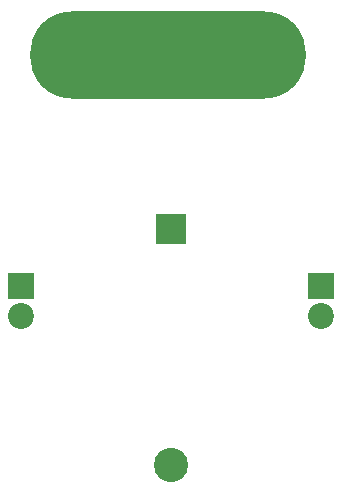
<source format=gbr>
G04 #@! TF.GenerationSoftware,KiCad,Pcbnew,(5.1.5)-3*
G04 #@! TF.CreationDate,2020-04-21T21:54:19-04:00*
G04 #@! TF.ProjectId,Tape and Crossbones 001,54617065-2061-46e6-9420-43726f737362,rev?*
G04 #@! TF.SameCoordinates,Original*
G04 #@! TF.FileFunction,Soldermask,Top*
G04 #@! TF.FilePolarity,Negative*
%FSLAX46Y46*%
G04 Gerber Fmt 4.6, Leading zero omitted, Abs format (unit mm)*
G04 Created by KiCad (PCBNEW (5.1.5)-3) date 2020-04-21 21:54:19*
%MOMM*%
%LPD*%
G04 APERTURE LIST*
%ADD10O,23.400000X7.400000*%
%ADD11C,2.900000*%
%ADD12R,2.570000X2.570000*%
%ADD13R,2.200000X2.200000*%
%ADD14C,2.200000*%
G04 APERTURE END LIST*
D10*
X72390000Y-38608000D03*
D11*
X72616840Y-73340000D03*
D12*
X72616840Y-53340000D03*
D13*
X59944000Y-58166000D03*
D14*
X59944000Y-60706000D03*
X85344000Y-60706000D03*
D13*
X85344000Y-58166000D03*
M02*

</source>
